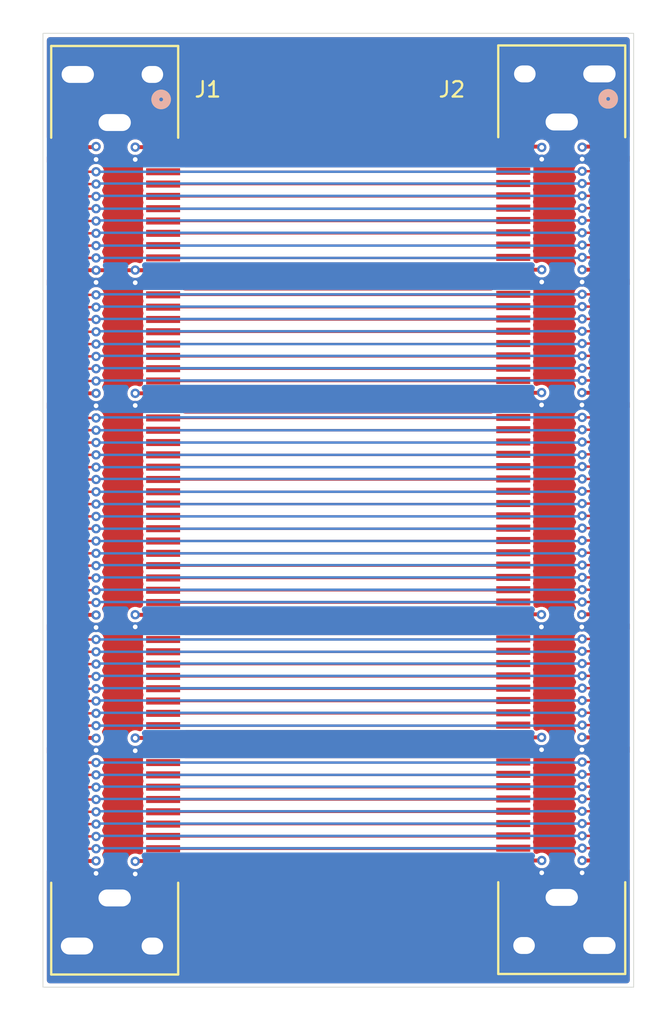
<source format=kicad_pcb>
(kicad_pcb (version 20240108) (generator "pcbnew") (generator_version "8.0")
  (layers (0 "F.Cu" signal) (1 "In1.Cu" power) (2 "In2.Cu" power) (31 "B.Cu" signal) (34 "B.Paste" user) (35 "F.Paste" user) (36 "B.SilkS" user "B.Silkscreen") (37 "F.SilkS" user "F.Silkscreen") (38 "B.Mask" user) (39 "F.Mask" user) (44 "Edge.Cuts" user))
  (net 0 "")
  (net 1 "GND")
  (net 2 "/J_03")
  (net 3 "/D_02")
  (net 4 "/B_06")
  (net 5 "/K_01")
  (net 6 "/I_04")
  (net 7 "/E_08")
  (net 8 "/E_04")
  (net 9 "/F_05")
  (net 10 "/D_03")
  (net 11 "/D_07")
  (net 12 "/C_03")
  (net 13 "/A_01")
  (net 14 "/I_08")
  (net 15 "+3V3")
  (net 16 "/D_01")
  (net 17 "/F_02")
  (net 18 "/J_02")
  (net 19 "/G_05")
  (net 20 "/F_07")
  (net 21 "/A_03")
  (net 22 "/B_05")
  (net 23 "/C_02")
  (net 24 "/J_07")
  (net 25 "/E_03")
  (net 26 "/F_08")
  (net 27 "/G_03")
  (net 28 "/D_05")
  (net 29 "/J_05")
  (net 30 "/K_02")
  (net 31 "/B_02")
  (net 32 "/A_05")
  (net 33 "/L_08")
  (net 34 "/F_06")
  (net 35 "/I_03")
  (net 36 "/C_04")
  (net 37 "/E_01")
  (net 38 "/L_01")
  (net 39 "/A_07")
  (net 40 "/G_07")
  (net 41 "/L_03")
  (net 42 "/H_03")
  (net 43 "/C_05")
  (net 44 "/H_06")
  (net 45 "/B_04")
  (net 46 "/K_04")
  (net 47 "/L_05")
  (net 48 "/A_02")
  (net 49 "/K_08")
  (net 50 "/K_07")
  (net 51 "/G_01")
  (net 52 "/L_07")
  (net 53 "/L_04")
  (net 54 "/J_01")
  (net 55 "/I_07")
  (net 56 "/G_08")
  (net 57 "/I_05")
  (net 58 "/D_08")
  (net 59 "/F_01")
  (net 60 "/K_06")
  (net 61 "/G_06")
  (net 62 "/C_06")
  (net 63 "/L_06")
  (net 64 "/E_07")
  (net 65 "/C_01")
  (net 66 "/J_04")
  (net 67 "/D_06")
  (net 68 "/A_08")
  (net 69 "/I_06")
  (net 70 "/C_07")
  (net 71 "/H_01")
  (net 72 "/I_02")
  (net 73 "/L_02")
  (net 74 "/H_04")
  (net 75 "/F_04")
  (net 76 "/E_05")
  (net 77 "/J_08")
  (net 78 "/B_08")
  (net 79 "/H_05")
  (net 80 "/G_04")
  (net 81 "/A_04")
  (net 82 "/E_02")
  (net 83 "/E_06")
  (net 84 "/G_02")
  (net 85 "/F_03")
  (net 86 "/C_08")
  (net 87 "/K_03")
  (net 88 "/K_05")
  (net 89 "/J_06")
  (net 90 "/H_07")
  (net 91 "/B_07")
  (net 92 "/B_01")
  (net 93 "/H_02")
  (net 94 "/B_03")
  (net 95 "/A_06")
  (net 96 "/H_08")
  (net 97 "/D_04")
  (net 98 "/I_01")
  (footprint "custom:CUSTOM_FX_120S-0.8SH20" (layer "F.Cu") (at 80.20755 85.453002 -90)
    (property "Reference" "J2")
    (property "Value" "FX18-120S-0.8SV20")
  )
  (footprint "custom:CUSTOM_FX_120P-0.8SH20" (layer "F.Cu") (at 51.144 85.488 -90)
    (property "Reference" "J1")
    (property "Value" "FX18-120P-0.8SV20")
  )
  (gr_rect (start 46.482 54.488) (end 84.882 116.488) (stroke (width 0.05)) (fill none) (layer "Edge.Cuts"))
  (segment (start 54.293999 70.688002) (end 52.488996 70.688002) (width 0.254) (layer "F.Cu") (net 1))
  (segment (start 52.509001 101.087997) (end 52.478998 101.118) (width 0.254) (layer "F.Cu") (net 1))
  (segment (start 47.994001 101.087999) (end 49.932999 101.087999) (width 0.254) (layer "F.Cu") (net 1))
  (segment (start 47.994001 109.087999) (end 49.932999 109.087999) (width 0.254) (layer "F.Cu") (net 1))
  (segment (start 54.293999 109.087996) (end 52.519002 109.087996) (width 0.254) (layer "F.Cu") (net 1))
  (segment (start 77.057551 93.053002) (end 78.867546 93.053002) (width 0.254) (layer "F.Cu") (net 1))
  (segment (start 54.293999 70.688002) (end 49.943002 70.688002) (width 0.254) (layer "F.Cu") (net 1))
  (segment (start 47.994001 70.688002) (end 49.922998 70.688002) (width 0.254) (layer "F.Cu") (net 1))
  (segment (start 78.887551 78.653003) (end 78.897549 78.643005) (width 0.254) (layer "F.Cu") (net 1))
  (segment (start 83.357549 101.052999) (end 81.520451 101.052999) (width 0.254) (layer "F.Cu") (net 1))
  (segment (start 52.488999 78.688001) (end 52.478998 78.678) (width 0.254) (layer "F.Cu") (net 1))
  (segment (start 54.293999 78.688001) (end 52.488999 78.688001) (width 0.254) (layer "F.Cu") (net 1))
  (segment (start 77.057551 70.653004) (end 78.907549 70.653004) (width 0.254) (layer "F.Cu") (net 1))
  (segment (start 49.923001 78.688001) (end 49.933 78.698) (width 0.254) (layer "F.Cu") (net 1))
  (segment (start 49.932999 101.087999) (end 49.933 101.088) (width 0.254) (layer "F.Cu") (net 1))
  (segment (start 81.530457 93.052999) (end 81.510451 93.073005) (width 0.254) (layer "F.Cu") (net 1))
  (segment (start 78.867546 93.053002) (end 78.887549 93.073005) (width 0.254) (layer "F.Cu") (net 1))
  (segment (start 83.357549 70.653004) (end 81.530451 70.653004) (width 0.254) (layer "F.Cu") (net 1))
  (segment (start 52.488996 70.688002) (end 52.478998 70.698) (width 0.254) (layer "F.Cu") (net 1))
  (segment (start 52.498995 93.087997) (end 52.478998 93.068) (width 0.254) (layer "F.Cu") (net 1))
  (segment (start 83.357549 93.052999) (end 81.530457 93.052999) (width 0.254) (layer "F.Cu") (net 1))
  (segment (start 54.293999 101.087997) (end 52.509001 101.087997) (width 0.254) (layer "F.Cu") (net 1))
  (segment (start 47.994001 62.688002) (end 49.933 62.688002) (width 0.254) (layer "F.Cu") (net 1))
  (segment (start 47.994001 93.088) (end 49.913 93.088) (width 0.254) (layer "F.Cu") (net 1))
  (segment (start 52.519002 109.087996) (end 52.478998 109.128) (width 0.254) (layer "F.Cu") (net 1))
  (segment (start 83.357549 78.653003) (end 81.530449 78.653003) (width 0.254) (layer "F.Cu") (net 1))
  (segment (start 54.293999 93.087997) (end 52.498995 93.087997) (width 0.254) (layer "F.Cu") (net 1))
  (segment (start 81.544001 62.653004) (end 81.534 62.663005) (width 0.254) (layer "F.Cu") (net 1))
  (segment (start 78.887547 62.653004) (end 78.907549 62.673006) (width 0.254) (layer "F.Cu") (net 1))
  (segment (start 49.932999 109.087999) (end 49.933 109.088) (width 0.254) (layer "F.Cu") (net 1))
  (segment (start 49.922998 70.688002) (end 49.933 70.678) (width 0.254) (layer "F.Cu") (net 1))
  (segment (start 49.913 93.088) (end 49.933 93.108) (width 0.254) (layer "F.Cu") (net 1))
  (segment (start 83.357549 62.653004) (end 81.544001 62.653004) (width 0.254) (layer "F.Cu") (net 1))
  (segment (start 49.943002 70.688002) (end 49.933 70.678) (width 0.254) (layer "F.Cu") (net 1))
  (segment (start 54.293999 62.688002) (end 52.478998 62.688002) (width 0.254) (layer "F.Cu") (net 1))
  (segment (start 77.057551 62.653004) (end 78.887547 62.653004) (width 0.254) (layer "F.Cu") (net 1))
  (segment (start 77.057551 78.653003) (end 78.887551 78.653003) (width 0.254) (layer "F.Cu") (net 1))
  (segment (start 83.357549 109.052998) (end 81.530451 109.052998) (width 0.254) (layer "F.Cu") (net 1))
  (segment (start 81.530449 78.653003) (end 81.520451 78.643005) (width 0.254) (layer "F.Cu") (net 1))
  (segment (start 47.994001 78.688001) (end 49.923001 78.688001) (width 0.254) (layer "F.Cu") (net 1))
  (segment (start 77.057551 101.053001) (end 78.897549 101.053001) (width 0.254) (layer "F.Cu") (net 1))
  (segment (start 77.057551 109.053001) (end 78.907549 109.053001) (width 0.254) (layer "F.Cu") (net 1))
  (via (at 49.933 62.688002) (size 0.6096) (drill 0.3048) (layers "F.Cu" "B.Cu") (net 1))
  (via (at 49.933 70.678) (size 0.6096) (drill 0.3048) (layers "F.Cu" "B.Cu") (net 1))
  (via (at 78.887549 93.073005) (size 0.6096) (drill 0.3048) (layers "F.Cu" "B.Cu") (net 1))
  (via (at 52.478998 62.688002) (size 0.6096) (drill 0.3048) (layers "F.Cu" "B.Cu") (net 1))
  (via (at 78.897549 78.643005) (size 0.6096) (drill 0.3048) (layers "F.Cu" "B.Cu") (net 1))
  (via (at 49.933 101.088) (size 0.6096) (drill 0.3048) (layers "F.Cu" "B.Cu") (net 1))
  (via (at 52.478998 109.128) (size 0.6096) (drill 0.3048) (layers "F.Cu" "B.Cu") (net 1))
  (via (at 52.478998 78.678) (size 0.6096) (drill 0.3048) (layers "F.Cu" "B.Cu") (net 1))
  (via (at 81.520451 78.643005) (size 0.6096) (drill 0.3048) (layers "F.Cu" "B.Cu") (net 1))
  (via (at 81.520451 101.052999) (size 0.6096) (drill 0.3048) (layers "F.Cu" "B.Cu") (net 1))
  (via (at 81.534 62.663005) (size 0.6096) (drill 0.3048) (layers "F.Cu" "B.Cu") (net 1))
  (via (at 81.530451 109.052998) (size 0.6096) (drill 0.3048) (layers "F.Cu" "B.Cu") (net 1))
  (via (at 52.478998 70.698) (size 0.6096) (drill 0.3048) (layers "F.Cu" "B.Cu") (net 1))
  (via (at 52.478998 101.118) (size 0.6096) (drill 0.3048) (layers "F.Cu" "B.Cu") (net 1))
  (via (at 52.478998 93.068) (size 0.6096) (drill 0.3048) (layers "F.Cu" "B.Cu") (net 1))
  (via (at 78.907549 109.053001) (size 0.6096) (drill 0.3048) (layers "F.Cu" "B.Cu") (net 1))
  (via (at 49.933 93.108) (size 0.6096) (drill 0.3048) (layers "F.Cu" "B.Cu") (net 1))
  (via (at 49.933 109.088) (size 0.6096) (drill 0.3048) (layers "F.Cu" "B.Cu") (net 1))
  (via (at 81.530451 70.653004) (size 0.6096) (drill 0.3048) (layers "F.Cu" "B.Cu") (net 1))
  (via (at 78.907549 70.653004) (size 0.6096) (drill 0.3048) (layers "F.Cu" "B.Cu") (net 1))
  (via (at 81.510451 93.073005) (size 0.6096) (drill 0.3048) (layers "F.Cu" "B.Cu") (net 1))
  (via (at 78.897549 101.053001) (size 0.6096) (drill 0.3048) (layers "F.Cu" "B.Cu") (net 1))
  (via (at 78.907549 62.673006) (size 0.6096) (drill 0.3048) (layers "F.Cu" "B.Cu") (net 1))
  (via (at 49.933 78.698) (size 0.6096) (drill 0.3048) (layers "F.Cu" "B.Cu") (net 1))
  (segment (start 83.357549 105.052998) (end 81.534 105.052998) (width 0.156464) (layer "F.Cu") (net 2))
  (segment (start 47.994001 105.087999) (end 49.933 105.087999) (width 0.156464) (layer "F.Cu") (net 2))
  (via (at 81.534 105.052998) (size 0.6096) (drill 0.3048) (layers "F.Cu" "B.Cu") (net 2))
  (via (at 49.933 105.087999) (size 0.6096) (drill 0.3048) (layers "F.Cu" "B.Cu") (net 2))
  (segment (start 81.534 105.052998) (end 49.968001 105.052998) (width 0.156464) (layer "B.Cu") (net 2))
  (segment (start 49.968001 105.052998) (end 49.933 105.087999) (width 0.156464) (layer "B.Cu") (net 2))
  (segment (start 54.293999 87.487999) (end 77.022555 87.487999) (width 0.156464) (layer "F.Cu") (net 3))
  (segment (start 77.022555 87.487999) (end 77.057551 87.453003) (width 0.156464) (layer "F.Cu") (net 3))
  (segment (start 54.293999 73.888) (end 77.022556 73.888) (width 0.156464) (layer "F.Cu") (net 4))
  (segment (start 77.022556 73.888) (end 77.057551 73.853005) (width 0.156464) (layer "F.Cu") (net 4))
  (segment (start 47.994001 99.488) (end 49.933 99.488) (width 0.156464) (layer "F.Cu") (net 5))
  (segment (start 83.357549 99.452999) (end 81.534 99.452999) (width 0.156464) (layer "F.Cu") (net 5))
  (via (at 81.534 99.452999) (size 0.6096) (drill 0.3048) (layers "F.Cu" "B.Cu") (net 5))
  (via (at 49.933 99.488) (size 0.6096) (drill 0.3048) (layers "F.Cu" "B.Cu") (net 5))
  (segment (start 81.498999 99.488) (end 81.534 99.452999) (width 0.156464) (layer "B.Cu") (net 5))
  (segment (start 49.933 99.488) (end 81.498999 99.488) (width 0.156464) (layer "B.Cu") (net 5))
  (segment (start 83.357549 90.652999) (end 81.534 90.652999) (width 0.156464) (layer "F.Cu") (net 6))
  (segment (start 47.994001 90.688) (end 49.933 90.688) (width 0.156464) (layer "F.Cu") (net 6))
  (via (at 81.534 90.652999) (size 0.6096) (drill 0.3048) (layers "F.Cu" "B.Cu") (net 6))
  (via (at 49.933 90.688) (size 0.6096) (drill 0.3048) (layers "F.Cu" "B.Cu") (net 6))
  (segment (start 81.534 90.652999) (end 49.968001 90.652999) (width 0.156464) (layer "B.Cu") (net 6))
  (segment (start 49.968001 90.652999) (end 49.933 90.688) (width 0.156464) (layer "B.Cu") (net 6))
  (segment (start 47.994001 69.088002) (end 49.933 69.088002) (width 0.156464) (layer "F.Cu") (net 7))
  (segment (start 83.357549 69.053002) (end 81.534 69.053002) (width 0.156464) (layer "F.Cu") (net 7))
  (via (at 81.534 69.053002) (size 0.6096) (drill 0.3048) (layers "F.Cu" "B.Cu") (net 7))
  (via (at 49.933 69.088002) (size 0.6096) (drill 0.3048) (layers "F.Cu" "B.Cu") (net 7))
  (segment (start 49.933 69.088002) (end 81.499 69.088002) (width 0.156464) (layer "B.Cu") (net 7))
  (segment (start 81.499 69.088002) (end 81.534 69.053002) (width 0.156464) (layer "B.Cu") (net 7))
  (segment (start 83.357549 68.253003) (end 81.534 68.253003) (width 0.156464) (layer "F.Cu") (net 8))
  (segment (start 47.994001 68.288004) (end 49.933 68.288004) (width 0.156464) (layer "F.Cu") (net 8))
  (via (at 81.534 68.253003) (size 0.6096) (drill 0.3048) (layers "F.Cu" "B.Cu") (net 8))
  (via (at 49.933 68.288004) (size 0.6096) (drill 0.3048) (layers "F.Cu" "B.Cu") (net 8))
  (segment (start 49.933 68.288004) (end 81.498999 68.288004) (width 0.156464) (layer "B.Cu") (net 8))
  (segment (start 81.498999 68.288004) (end 81.534 68.253003) (width 0.156464) (layer "B.Cu") (net 8))
  (segment (start 83.357549 72.253003) (end 81.534 72.253003) (width 0.156464) (layer "F.Cu") (net 9))
  (segment (start 47.994001 72.288004) (end 49.933 72.288004) (width 0.156464) (layer "F.Cu") (net 9))
  (via (at 81.534 72.253003) (size 0.6096) (drill 0.3048) (layers "F.Cu" "B.Cu") (net 9))
  (via (at 49.933 72.288004) (size 0.6096) (drill 0.3048) (layers "F.Cu" "B.Cu") (net 9))
  (segment (start 81.534 72.253003) (end 49.968001 72.253003) (width 0.156464) (layer "B.Cu") (net 9))
  (segment (start 49.968001 72.253003) (end 49.933 72.288004) (width 0.156464) (layer "B.Cu") (net 9))
  (segment (start 77.022555 89.087998) (end 77.057551 89.053002) (width 0.156464) (layer "F.Cu") (net 10))
  (segment (start 54.293999 89.087998) (end 77.022555 89.087998) (width 0.156464) (layer "F.Cu") (net 10))
  (segment (start 54.293999 89.887999) (end 77.022555 89.887999) (width 0.156464) (layer "F.Cu") (net 11))
  (segment (start 77.022555 89.887999) (end 77.057551 89.853003) (width 0.156464) (layer "F.Cu") (net 11))
  (segment (start 77.022553 82.688001) (end 77.057551 82.653003) (width 0.156464) (layer "F.Cu") (net 12))
  (segment (start 54.293999 82.688001) (end 77.022553 82.688001) (width 0.156464) (layer "F.Cu") (net 12))
  (segment (start 54.293999 63.488001) (end 77.022555 63.488001) (width 0.156464) (layer "F.Cu") (net 13))
  (segment (start 77.022555 63.488001) (end 77.057551 63.453005) (width 0.156464) (layer "F.Cu") (net 13))
  (segment (start 81.604005 91.453) (end 81.534 91.523005) (width 0.156464) (layer "F.Cu") (net 14))
  (segment (start 83.357549 91.453) (end 81.604005 91.453) (width 0.156464) (layer "F.Cu") (net 14))
  (segment (start 47.994001 91.488001) (end 49.933 91.488001) (width 0.156464) (layer "F.Cu") (net 14))
  (via (at 49.933 91.488001) (size 0.6096) (drill 0.3048) (layers "F.Cu" "B.Cu") (net 14))
  (via (at 81.534 91.453) (size 0.6096) (drill 0.3048) (layers "F.Cu" "B.Cu") (net 14))
  (segment (start 49.968004 91.523005) (end 49.933 91.488001) (width 0.156464) (layer "B.Cu") (net 14))
  (segment (start 81.534 91.453) (end 49.968004 91.453) (width 0.156464) (layer "B.Cu") (net 14))
  (segment (start 81.530447 100.253) (end 81.520451 100.243004) (width 0.254) (layer "F.Cu") (net 15))
  (segment (start 52.499 108.287998) (end 52.478998 108.308) (width 0.254) (layer "F.Cu") (net 15))
  (segment (start 81.530449 77.853002) (end 81.520451 77.843004) (width 0.254) (layer "F.Cu") (net 15))
  (segment (start 54.293999 100.287998) (end 52.489 100.287998) (width 0.254) (layer "F.Cu") (net 15))
  (segment (start 54.293999 69.888001) (end 52.488999 69.888001) (width 0.254) (layer "F.Cu") (net 15))
  (segment (start 47.994001 100.287998) (end 49.912998 100.287998) (width 0.254) (layer "F.Cu") (net 15))
  (segment (start 49.932997 69.888003) (end 49.933 69.888) (width 0.254) (layer "F.Cu") (net 15))
  (segment (start 52.489 100.287998) (end 52.478998 100.298) (width 0.254) (layer "F.Cu") (net 15))
  (segment (start 78.887549 77.853005) (end 78.897549 77.843005) (width 0.254) (layer "F.Cu") (net 15))
  (segment (start 77.057551 69.853005) (end 78.907548 69.853005) (width 0.254) (layer "F.Cu") (net 15))
  (segment (start 49.933001 69.888001) (end 49.933 69.888) (width 0.254) (layer "F.Cu") (net 15))
  (segment (start 49.932997 77.888003) (end 49.933 77.888) (width 0.254) (layer "F.Cu") (net 15))
  (segment (start 78.857549 61.853006) (end 78.907549 61.903006) (width 0.254) (layer "F.Cu") (net 15))
  (segment (start 49.923002 108.287998) (end 49.933 108.278) (width 0.254) (layer "F.Cu") (net 15))
  (segment (start 81.574002 61.853003) (end 81.534 61.893005) (width 0.254) (layer "F.Cu") (net 15))
  (segment (start 77.057551 108.253) (end 78.907549 108.253) (width 0.254) (layer "F.Cu") (net 15))
  (segment (start 47.994001 61.888004) (end 49.893996 61.888004) (width 0.254) (layer "F.Cu") (net 15))
  (segment (start 77.057551 92.253001) (end 78.867545 92.253001) (width 0.254) (layer "F.Cu") (net 15))
  (segment (start 83.357549 100.253) (end 81.530447 100.253) (width 0.254) (layer "F.Cu") (net 15))
  (segment (start 52.488997 92.287999) (end 52.478998 92.278) (width 0.254) (layer "F.Cu") (net 15))
  (segment (start 83.357549 108.253) (end 81.530451 108.253) (width 0.254) (layer "F.Cu") (net 15))
  (segment (start 47.994001 108.287998) (end 49.923002 108.287998) (width 0.254) (layer "F.Cu") (net 15))
  (segment (start 81.530454 92.253001) (end 81.510451 92.273004) (width 0.254) (layer "F.Cu") (net 15))
  (segment (start 54.293999 108.287998) (end 52.499 108.287998) (width 0.254) (layer "F.Cu") (net 15))
  (segment (start 77.057551 61.853006) (end 78.857549 61.853006) (width 0.254) (layer "F.Cu") (net 15))
  (segment (start 83.357549 69.853003) (end 81.530451 69.853003) (width 0.254) (layer "F.Cu") (net 15))
  (segment (start 77.057551 100.253) (end 78.897549 100.253) (width 0.254) (layer "F.Cu") (net 15))
  (segment (start 47.994001 92.287999) (end 49.922999 92.287999) (width 0.254) (layer "F.Cu") (net 15))
  (segment (start 52.488999 69.888001) (end 52.478998 69.878) (width 0.254) (layer "F.Cu") (net 15))
  (segment (start 78.907548 69.853005) (end 78.907549 69.853004) (width 0.254) (layer "F.Cu") (net 15))
  (segment (start 49.912998 100.287998) (end 49.933 100.308) (width 0.254) (layer "F.Cu") (net 15))
  (segment (start 54.293999 92.287999) (end 52.488997 92.287999) (width 0.254) (layer "F.Cu") (net 15))
  (segment (start 78.867545 92.253001) (end 78.887549 92.273005) (width 0.254) (layer "F.Cu") (net 15))
  (segment (start 47.994001 69.888003) (end 49.932997 69.888003) (width 0.254) (layer "F.Cu") (net 15))
  (segment (start 49.893996 61.888004) (end 49.933 61.849) (width 0.254) (layer "F.Cu") (net 15))
  (segment (start 83.357549 61.853003) (end 81.574002 61.853003) (width 0.254) (layer "F.Cu") (net 15))
  (segment (start 54.293999 69.888001) (end 49.933001 69.888001) (width 0.254) (layer "F.Cu") (net 15))
  (segment (start 83.357549 92.253001) (end 81.530454 92.253001) (width 0.254) (layer "F.Cu") (net 15))
  (segment (start 54.293999 77.888) (end 52.478998 77.888) (width 0.254) (layer "F.Cu") (net 15))
  (segment (start 83.357549 77.853002) (end 81.530449 77.853002) (width 0.254) (layer "F.Cu") (net 15))
  (segment (start 49.922999 92.287999) (end 49.933 92.298) (width 0.254) (layer "F.Cu") (net 15))
  (segment (start 47.994001 77.888003) (end 49.932997 77.888003) (width 0.254) (layer "F.Cu") (net 15))
  (segment (start 54.293999 61.888001) (end 52.478998 61.888001) (width 0.254) (layer "F.Cu") (net 15))
  (segment (start 77.057551 77.853005) (end 78.887549 77.853005) (width 0.254) (layer "F.Cu") (net 15))
  (via (at 78.897549 77.843005) (size 0.6096) (drill 0.3048) (layers "F.Cu" "B.Cu") (net 15))
  (via (at 49.933 92.298) (size 0.6096) (drill 0.3048) (layers "F.Cu" "B.Cu") (net 15))
  (via (at 78.907549 61.903006) (size 0.6096) (drill 0.3048) (layers "F.Cu" "B.Cu") (net 15))
  (via (at 49.933 77.888) (size 0.6096) (drill 0.3048) (layers "F.Cu" "B.Cu") (net 15))
  (via (at 49.933 108.278) (size 0.6096) (drill 0.3048) (layers "F.Cu" "B.Cu") (net 15))
  (via (at 52.478998 69.878) (size 0.6096) (drill 0.3048) (layers "F.Cu" "B.Cu") (net 15))
  (via (at 81.510451 92.273004) (size 0.6096) (drill 0.3048) (layers "F.Cu" "B.Cu") (net 15))
  (via (at 52.478998 100.298) (size 0.6096) (drill 0.3048) (layers "F.Cu" "B.Cu") (net 15))
  (via (at 81.530451 69.853003) (size 0.6096) (drill 0.3048) (layers "F.Cu" "B.Cu") (net 15))
  (via (at 78.907549 69.853004) (size 0.6096) (drill 0.3048) (layers "F.Cu" "B.Cu") (net 15))
  (via (at 49.933 61.849) (size 0.6096) (drill 0.3048) (layers "F.Cu" "B.Cu") (net 15))
  (via (at 81.530451 108.253) (size 0.6096) (drill 0.3048) (layers "F.Cu" "B.Cu") (net 15))
  (via (at 78.907549 108.253) (size 0.6096) (drill 0.3048) (layers "F.Cu" "B.Cu") (net 15))
  (via (at 78.897549 100.253) (size 0.6096) (drill 0.3048) (layers "F.Cu" "B.Cu") (net 15))
  (via (at 52.478998 77.888) (size 0.6096) (drill 0.3048) (layers "F.Cu" "B.Cu") (net 15))
  (via (at 81.534 61.893005) (size 0.6096) (drill 0.3048) (layers "F.Cu" "B.Cu") (net 15))
  (via (at 52.478998 61.888001) (size 0.6096) (drill 0.3048) (layers "F.Cu" "B.Cu") (net 15))
  (via (at 52.478998 108.308) (size 0.6096) (drill 0.3048) (layers "F.Cu" "B.Cu") (net 15))
  (via (at 81.520451 100.243004) (size 0.6096) (drill 0.3048) (layers "F.Cu" "B.Cu") (net 15))
  (via (at 49.933 100.308) (size 0.6096) (drill 0.3048) (layers "F.Cu" "B.Cu") (net 15))
  (via (at 81.520451 77.843004) (size 0.6096) (drill 0.3048) (layers "F.Cu" "B.Cu") (net 15))
  (via (at 52.478998 92.278) (size 0.6096) (drill 0.3048) (layers "F.Cu" "B.Cu") (net 15))
  (via (at 78.887549 92.273005) (size 0.6096) (drill 0.3048) (layers "F.Cu" "B.Cu") (net 15))
  (via (at 49.933 69.888) (size 0.6096) (drill 0.3048) (layers "F.Cu" "B.Cu") (net 15))
  (segment (start 77.022556 85.887999) (end 77.057551 85.853004) (width 0.156464) (layer "F.Cu") (net 16))
  (segment (start 54.293999 85.887999) (end 77.022556 85.887999) (width 0.156464) (layer "F.Cu") (net 16))
  (segment (start 47.994001 73.088002) (end 49.933 73.088002) (width 0.156464) (layer "F.Cu") (net 17))
  (segment (start 83.357549 73.053001) (end 81.534 73.053001) (width 0.156464) (layer "F.Cu") (net 17))
  (via (at 49.933 73.088002) (size 0.6096) (drill 0.3048) (layers "F.Cu" "B.Cu") (net 17))
  (via (at 81.534 73.053001) (size 0.6096) (drill 0.3048) (layers "F.Cu" "B.Cu") (net 17))
  (segment (start 81.534 73.053001) (end 49.968001 73.053001) (width 0.156464) (layer "B.Cu") (net 17))
  (segment (start 49.968001 73.053001) (end 49.933 73.088002) (width 0.156464) (layer "B.Cu") (net 17))
  (segment (start 83.357549 103.452999) (end 81.534 103.452999) (width 0.156464) (layer "F.Cu") (net 18))
  (segment (start 47.994001 103.488) (end 49.933 103.488) (width 0.156464) (layer "F.Cu") (net 18))
  (via (at 81.534 103.452999) (size 0.6096) (drill 0.3048) (layers "F.Cu" "B.Cu") (net 18))
  (via (at 49.933 103.488) (size 0.6096) (drill 0.3048) (layers "F.Cu" "B.Cu") (net 18))
  (segment (start 49.968001 103.452999) (end 49.933 103.488) (width 0.156464) (layer "B.Cu") (net 18))
  (segment (start 81.534 103.452999) (end 49.968001 103.452999) (width 0.156464) (layer "B.Cu") (net 18))
  (segment (start 54.293999 94.687997) (end 77.022555 94.687997) (width 0.156464) (layer "F.Cu") (net 19))
  (segment (start 77.022555 94.687997) (end 77.057551 94.653001) (width 0.156464) (layer "F.Cu") (net 19))
  (segment (start 47.994001 75.488002) (end 49.933 75.488002) (width 0.156464) (layer "F.Cu") (net 20))
  (segment (start 83.357549 75.453002) (end 81.534 75.453002) (width 0.156464) (layer "F.Cu") (net 20))
  (via (at 81.534 75.453002) (size 0.6096) (drill 0.3048) (layers "F.Cu" "B.Cu") (net 20))
  (via (at 49.933 75.488002) (size 0.6096) (drill 0.3048) (layers "F.Cu" "B.Cu") (net 20))
  (segment (start 49.968 75.453002) (end 49.933 75.488002) (width 0.156464) (layer "B.Cu") (net 20))
  (segment (start 81.534 75.453002) (end 49.968 75.453002) (width 0.156464) (layer "B.Cu") (net 20))
  (segment (start 77.022553 66.688002) (end 77.057551 66.653004) (width 0.156464) (layer "F.Cu") (net 21))
  (segment (start 54.293999 66.688002) (end 77.022553 66.688002) (width 0.156464) (layer "F.Cu") (net 21))
  (segment (start 54.293999 72.288001) (end 77.022556 72.288001) (width 0.156464) (layer "F.Cu") (net 22))
  (segment (start 77.022556 72.288001) (end 77.057551 72.253006) (width 0.156464) (layer "F.Cu") (net 22))
  (segment (start 77.022555 81.087999) (end 77.057551 81.053003) (width 0.156464) (layer "F.Cu") (net 23))
  (segment (start 54.293999 81.087999) (end 77.022555 81.087999) (width 0.156464) (layer "F.Cu") (net 23))
  (segment (start 47.994001 105.888) (end 49.933 105.888) (width 0.156464) (layer "F.Cu") (net 24))
  (segment (start 83.357549 105.852999) (end 81.534 105.852999) (width 0.156464) (layer "F.Cu") (net 24))
  (via (at 49.933 105.888) (size 0.6096) (drill 0.3048) (layers "F.Cu" "B.Cu") (net 24))
  (via (at 81.534 105.852999) (size 0.6096) (drill 0.3048) (layers "F.Cu" "B.Cu") (net 24))
  (segment (start 81.534 105.852999) (end 49.968001 105.852999) (width 0.156464) (layer "B.Cu") (net 24))
  (segment (start 49.968001 105.852999) (end 49.933 105.888) (width 0.156464) (layer "B.Cu") (net 24))
  (segment (start 83.357549 66.653004) (end 81.534 66.653004) (width 0.156464) (layer "F.Cu") (net 25))
  (segment (start 47.994001 66.688002) (end 49.933 66.688002) (width 0.156464) (layer "F.Cu") (net 25))
  (via (at 81.534 66.653004) (size 0.6096) (drill 0.3048) (layers "F.Cu" "B.Cu") (net 25))
  (via (at 49.933 66.688002) (size 0.6096) (drill 0.3048) (layers "F.Cu" "B.Cu") (net 25))
  (segment (start 49.967998 66.653004) (end 49.933 66.688002) (width 0.156464) (layer "B.Cu") (net 25))
  (segment (start 81.534 66.653004) (end 49.967998 66.653004) (width 0.156464) (layer "B.Cu") (net 25))
  (segment (start 47.994001 77.088002) (end 49.933 77.088002) (width 0.156464) (layer "F.Cu") (net 26))
  (segment (start 83.357549 77.053001) (end 81.534 77.053001) (width 0.156464) (layer "F.Cu") (net 26))
  (via (at 81.534 77.053001) (size 0.6096) (drill 0.3048) (layers "F.Cu" "B.Cu") (net 26))
  (via (at 49.933 77.088002) (size 0.6096) (drill 0.3048) (layers "F.Cu" "B.Cu") (net 26))
  (segment (start 81.534 77.053001) (end 49.968001 77.053001) (width 0.156464) (layer "B.Cu") (net 26))
  (segment (start 49.968001 77.053001) (end 49.933 77.088002) (width 0.156464) (layer "B.Cu") (net 26))
  (segment (start 54.293999 97.087997) (end 77.022556 97.087997) (width 0.156464) (layer "F.Cu") (net 27))
  (segment (start 77.022556 97.087997) (end 77.057551 97.053002) (width 0.156464) (layer "F.Cu") (net 27))
  (segment (start 77.022553 86.688) (end 77.057551 86.653002) (width 0.156464) (layer "F.Cu") (net 28))
  (segment (start 54.293999 86.688) (end 77.022553 86.688) (width 0.156464) (layer "F.Cu") (net 28))
  (segment (start 47.994001 102.687999) (end 49.933 102.687999) (width 0.156464) (layer "F.Cu") (net 29))
  (segment (start 83.357549 102.652998) (end 81.534 102.652998) (width 0.156464) (layer "F.Cu") (net 29))
  (via (at 81.534 102.652998) (size 0.6096) (drill 0.3048) (layers "F.Cu" "B.Cu") (net 29))
  (via (at 49.933 102.687999) (size 0.6096) (drill 0.3048) (layers "F.Cu" "B.Cu") (net 29))
  (segment (start 81.498999 102.687999) (end 81.534 102.652998) (width 0.156464) (layer "B.Cu") (net 29))
  (segment (start 49.933 102.687999) (end 81.498999 102.687999) (width 0.156464) (layer "B.Cu") (net 29))
  (segment (start 47.994001 97.888001) (end 49.933 97.888001) (width 0.156464) (layer "F.Cu") (net 30))
  (segment (start 83.357549 97.853) (end 81.534 97.853) (width 0.156464) (layer "F.Cu") (net 30))
  (via (at 49.933 97.888001) (size 0.6096) (drill 0.3048) (layers "F.Cu" "B.Cu") (net 30))
  (via (at 81.534 97.853) (size 0.6096) (drill 0.3048) (layers "F.Cu" "B.Cu") (net 30))
  (segment (start 49.968001 97.853) (end 49.933 97.888001) (width 0.156464) (layer "B.Cu") (net 30))
  (segment (start 81.534 97.853) (end 49.968001 97.853) (width 0.156464) (layer "B.Cu") (net 30))
  (segment (start 54.293999 73.087999) (end 77.022556 73.087999) (width 0.156464) (layer "F.Cu") (net 31))
  (segment (start 77.022556 73.087999) (end 77.057551 73.053004) (width 0.156464) (layer "F.Cu") (net 31))
  (segment (start 54.293999 64.288002) (end 77.022555 64.288002) (width 0.156464) (layer "F.Cu") (net 32))
  (segment (start 77.022555 64.288002) (end 77.057551 64.253006) (width 0.156464) (layer "F.Cu") (net 32))
  (segment (start 83.357549 79.453001) (end 81.534 79.453001) (width 0.156464) (layer "F.Cu") (net 33))
  (segment (start 47.994001 79.488002) (end 49.933 79.488002) (width 0.156464) (layer "F.Cu") (net 33))
  (via (at 49.933 79.488002) (size 0.6096) (drill 0.3048) (layers "F.Cu" "B.Cu") (net 33))
  (via (at 81.534 79.453001) (size 0.6096) (drill 0.3048) (layers "F.Cu" "B.Cu") (net 33))
  (segment (start 81.534 79.453001) (end 49.968001 79.453001) (width 0.156464) (layer "B.Cu") (net 33))
  (segment (start 49.968001 79.453001) (end 49.933 79.488002) (width 0.156464) (layer "B.Cu") (net 33))
  (segment (start 47.994001 73.888003) (end 49.933 73.888003) (width 0.156464) (layer "F.Cu") (net 34))
  (segment (start 83.357549 73.853002) (end 81.534 73.853002) (width 0.156464) (layer "F.Cu") (net 34))
  (via (at 49.933 73.888003) (size 0.6096) (drill 0.3048) (layers "F.Cu" "B.Cu") (net 34))
  (via (at 81.534 73.853002) (size 0.6096) (drill 0.3048) (layers "F.Cu" "B.Cu") (net 34))
  (segment (start 81.534 73.853002) (end 49.968001 73.853002) (width 0.156464) (layer "B.Cu") (net 34))
  (segment (start 49.968001 73.853002) (end 49.933 73.888003) (width 0.156464) (layer "B.Cu") (net 34))
  (segment (start 47.994001 89.088) (end 49.933 89.088) (width 0.156464) (layer "F.Cu") (net 35))
  (segment (start 83.357549 89.053) (end 81.534 89.053) (width 0.156464) (layer "F.Cu") (net 35))
  (via (at 49.933 89.088) (size 0.6096) (drill 0.3048) (layers "F.Cu" "B.Cu") (net 35))
  (via (at 81.534 89.053) (size 0.6096) (drill 0.3048) (layers "F.Cu" "B.Cu") (net 35))
  (segment (start 49.968 89.053) (end 49.933 89.088) (width 0.156464) (layer "B.Cu") (net 35))
  (segment (start 81.534 89.053) (end 49.968 89.053) (width 0.156464) (layer "B.Cu") (net 35))
  (segment (start 77.022553 84.288) (end 77.057551 84.253002) (width 0.156464) (layer "F.Cu") (net 36))
  (segment (start 54.293999 84.288) (end 77.022553 84.288) (width 0.156464) (layer "F.Cu") (net 36))
  (segment (start 83.357549 63.453003) (end 81.534 63.453003) (width 0.156464) (layer "F.Cu") (net 37))
  (segment (start 47.994001 63.488003) (end 49.933 63.488003) (width 0.156464) (layer "F.Cu") (net 37))
  (via (at 81.534 63.453003) (size 0.6096) (drill 0.3048) (layers "F.Cu" "B.Cu") (net 37))
  (via (at 49.933 63.488003) (size 0.6096) (drill 0.3048) (layers "F.Cu" "B.Cu") (net 37))
  (segment (start 81.499 63.488003) (end 81.534 63.453003) (width 0.156464) (layer "B.Cu") (net 37))
  (segment (start 49.933 63.488003) (end 81.499 63.488003) (width 0.156464) (layer "B.Cu") (net 37))
  (segment (start 83.357549 85.053) (end 81.534 85.053) (width 0.156464) (layer "F.Cu") (net 38))
  (segment (start 47.994001 85.088001) (end 49.933 85.088001) (width 0.156464) (layer "F.Cu") (net 38))
  (via (at 81.534 85.053) (size 0.6096) (drill 0.3048) (layers "F.Cu" "B.Cu") (net 38))
  (via (at 49.933 85.088001) (size 0.6096) (drill 0.3048) (layers "F.Cu" "B.Cu") (net 38))
  (segment (start 81.498999 85.088001) (end 81.534 85.053) (width 0.156464) (layer "B.Cu") (net 38))
  (segment (start 49.933 85.088001) (end 81.498999 85.088001) (width 0.156464) (layer "B.Cu") (net 38))
  (segment (start 77.022556 67.488) (end 77.057551 67.453005) (width 0.156464) (layer "F.Cu") (net 39))
  (segment (start 54.293999 67.488) (end 77.022556 67.488) (width 0.156464) (layer "F.Cu") (net 39))
  (segment (start 77.022556 97.887998) (end 77.057551 97.853003) (width 0.156464) (layer "F.Cu") (net 40))
  (segment (start 54.293999 97.887998) (end 77.022556 97.887998) (width 0.156464) (layer "F.Cu") (net 40))
  (segment (start 47.994001 81.888002) (end 49.933 81.888002) (width 0.156464) (layer "F.Cu") (net 41))
  (segment (start 81.564003 81.853002) (end 81.534 81.883005) (width 0.156464) (layer "F.Cu") (net 41))
  (segment (start 83.357549 81.853002) (end 81.564003 81.853002) (width 0.156464) (layer "F.Cu") (net 41))
  (via (at 49.933 81.888002) (size 0.6096) (drill 0.3048) (layers "F.Cu" "B.Cu") (net 41))
  (via (at 81.534 81.883005) (size 0.6096) (drill 0.3048) (layers "F.Cu" "B.Cu") (net 41))
  (segment (start 81.529003 81.888002) (end 81.534 81.883005) (width 0.156464) (layer "B.Cu") (net 41))
  (segment (start 49.933 81.888002) (end 81.529003 81.888002) (width 0.156464) (layer "B.Cu") (net 41))
  (segment (start 54.293999 105.087996) (end 77.022556 105.087996) (width 0.156464) (layer "F.Cu") (net 42))
  (segment (start 77.022556 105.087996) (end 77.057551 105.053001) (width 0.156464) (layer "F.Cu") (net 42))
  (segment (start 77.022556 80.288) (end 77.057551 80.253005) (width 0.156464) (layer "F.Cu") (net 43))
  (segment (start 54.293999 80.288) (end 77.022556 80.288) (width 0.156464) (layer "F.Cu") (net 43))
  (segment (start 77.022553 104.287998) (end 77.057551 104.253) (width 0.156464) (layer "F.Cu") (net 44))
  (segment (start 54.293999 104.287998) (end 77.022553 104.287998) (width 0.156464) (layer "F.Cu") (net 44))
  (segment (start 77.022555 76.288001) (end 77.057551 76.253005) (width 0.156464) (layer "F.Cu") (net 45))
  (segment (start 54.293999 76.288001) (end 77.022555 76.288001) (width 0.156464) (layer "F.Cu") (net 45))
  (segment (start 47.994001 94.687999) (end 49.933 94.687999) (width 0.156464) (layer "F.Cu") (net 46))
  (segment (start 83.357549 94.652999) (end 81.534 94.652999) (width 0.156464) (layer "F.Cu") (net 46))
  (via (at 81.534 94.652999) (size 0.6096) (drill 0.3048) (layers "F.Cu" "B.Cu") (net 46))
  (via (at 49.933 94.687999) (size 0.6096) (drill 0.3048) (layers "F.Cu" "B.Cu") (net 46))
  (segment (start 49.933 94.687999) (end 81.526215 94.687999) (width 0.156464) (layer "B.Cu") (net 46))
  (segment (start 81.534 94.680214) (end 81.534 94.652999) (width 0.156464) (layer "B.Cu") (net 46))
  (segment (start 81.526215 94.687999) (end 81.534 94.680214) (width 0.156464) (layer "B.Cu") (net 46))
  (segment (start 83.357549 84.253002) (end 81.534 84.253002) (width 0.156464) (layer "F.Cu") (net 47))
  (segment (start 47.994001 84.288) (end 49.933 84.288) (width 0.156464) (layer "F.Cu") (net 47))
  (via (at 49.933 84.288) (size 0.6096) (drill 0.3048) (layers "F.Cu" "B.Cu") (net 47))
  (via (at 81.534 84.253002) (size 0.6096) (drill 0.3048) (layers "F.Cu" "B.Cu") (net 47))
  (segment (start 49.933 84.288) (end 81.499002 84.288) (width 0.156464) (layer "B.Cu") (net 47))
  (segment (start 81.499002 84.288) (end 81.534 84.253002) (width 0.156464) (layer "B.Cu") (net 47))
  (segment (start 54.293999 65.088) (end 77.022556 65.088) (width 0.156464) (layer "F.Cu") (net 48))
  (segment (start 77.022556 65.088) (end 77.057551 65.053005) (width 0.156464) (layer "F.Cu") (net 48))
  (segment (start 47.994001 93.888001) (end 49.933 93.888001) (width 0.156464) (layer "F.Cu") (net 49))
  (segment (start 83.357549 93.853) (end 81.534 93.853) (width 0.156464) (layer "F.Cu") (net 49))
  (via (at 49.933 93.888001) (size 0.6096) (drill 0.3048) (layers "F.Cu" "B.Cu") (net 49))
  (via (at 81.534 93.853) (size 0.6096) (drill 0.3048) (layers "F.Cu" "B.Cu") (net 49))
  (segment (start 49.933 93.888001) (end 81.498999 93.888001) (width 0.156464) (layer "B.Cu") (net 49))
  (segment (start 81.498999 93.888001) (end 81.534 93.853) (width 0.156464) (layer "B.Cu") (net 49))
  (segment (start 83.357549 95.453) (end 81.534 95.453) (width 0.156464) (layer "F.Cu") (net 50))
  (segment (start 47.994001 95.488) (end 49.933 95.488) (width 0.156464) (layer "F.Cu") (net 50))
  (via (at 49.933 95.488) (size 0.6096) (drill 0.3048) (layers "F.Cu" "B.Cu") (net 50))
  (via (at 81.534 95.453) (size 0.6096) (drill 0.3048) (layers "F.Cu" "B.Cu") (net 50))
  (segment (start 49.968 95.453) (end 49.933 95.488) (width 0.156464) (layer "B.Cu") (net 50))
  (segment (start 81.534 95.453) (end 49.968 95.453) (width 0.156464) (layer "B.Cu") (net 50))
  (segment (start 77.022556 93.887998) (end 77.057551 93.853003) (width 0.156464) (layer "F.Cu") (net 51))
  (segment (start 54.293999 93.887998) (end 77.022556 93.887998) (width 0.156464) (layer "F.Cu") (net 51))
  (segment (start 47.994001 81.088001) (end 49.933 81.088001) (width 0.156464) (layer "F.Cu") (net 52))
  (segment (start 83.357549 81.053001) (end 81.534 81.053001) (width 0.156464) (layer "F.Cu") (net 52))
  (via (at 49.933 81.088001) (size 0.6096) (drill 0.3048) (layers "F.Cu" "B.Cu") (net 52))
  (via (at 81.534 81.053001) (size 0.6096) (drill 0.3048) (layers "F.Cu" "B.Cu") (net 52))
  (segment (start 81.499 81.088001) (end 81.534 81.053001) (width 0.156464) (layer "B.Cu") (net 52))
  (segment (start 49.933 81.088001) (end 81.499 81.088001) (width 0.156464) (layer "B.Cu") (net 52))
  (segment (start 83.357549 80.253002) (end 81.534 80.253002) (width 0.156464) (layer "F.Cu") (net 53))
  (segment (start 47.994001 80.288003) (end 49.933 80.288003) (width 0.156464) (layer "F.Cu") (net 53))
  (via (at 49.933 80.288003) (size 0.6096) (drill 0.3048) (layers "F.Cu" "B.Cu") (net 53))
  (via (at 81.534 80.253002) (size 0.6096) (drill 0.3048) (layers "F.Cu" "B.Cu") (net 53))
  (segment (start 81.498999 80.288003) (end 81.534 80.253002) (width 0.156464) (layer "B.Cu") (net 53))
  (segment (start 49.933 80.288003) (end 81.498999 80.288003) (width 0.156464) (layer "B.Cu") (net 53))
  (segment (start 83.357549 101.853) (end 81.534 101.853) (width 0.156464) (layer "F.Cu") (net 54))
  (segment (start 47.994001 101.888) (end 49.933 101.888) (width 0.156464) (layer "F.Cu") (net 54))
  (via (at 49.933 101.888) (size 0.6096) (drill 0.3048) (layers "F.Cu" "B.Cu") (net 54))
  (via (at 81.534 101.853) (size 0.6096) (drill 0.3048) (layers "F.Cu" "B.Cu") (net 54))
  (segment (start 49.933 101.888) (end 81.499 101.888) (width 0.156464) (layer "B.Cu") (net 54))
  (segment (start 81.499 101.888) (end 81.534 101.853) (width 0.156464) (layer "B.Cu") (net 54))
  (segment (start 83.357549 89.853001) (end 81.534 89.853001) (width 0.156464) (layer "F.Cu") (net 55))
  (segment (start 47.994001 89.888001) (end 49.933 89.888001) (width 0.156464) (layer "F.Cu") (net 55))
  (via (at 81.534 89.853001) (size 0.6096) (drill 0.3048) (layers "F.Cu" "B.Cu") (net 55))
  (via (at 49.933 89.888001) (size 0.6096) (drill 0.3048) (layers "F.Cu" "B.Cu") (net 55))
  (segment (start 49.968 89.853001) (end 49.933 89.888001) (width 0.156464) (layer "B.Cu") (net 55))
  (segment (start 81.534 89.853001) (end 49.968 89.853001) (width 0.156464) (layer "B.Cu") (net 55))
  (segment (start 77.022556 99.487997) (end 77.057551 99.453002) (width 0.156464) (layer "F.Cu") (net 56))
  (segment (start 54.293999 99.487997) (end 77.022556 99.487997) (width 0.156464) (layer "F.Cu") (net 56))
  (segment (start 83.357549 86.653002) (end 81.534 86.653002) (width 0.156464) (layer "F.Cu") (net 57))
  (segment (start 47.994001 86.688) (end 49.933 86.688) (width 0.156464) (layer "F.Cu") (net 57))
  (via (at 49.933 86.688) (size 0.6096) (drill 0.3048) (layers "F.Cu" "B.Cu") (net 57))
  (via (at 81.534 86.653002) (size 0.6096) (drill 0.3048) (layers "F.Cu" "B.Cu") (net 57))
  (segment (start 81.499002 86.688) (end 81.534 86.653002) (width 0.156464) (layer "B.Cu") (net 57))
  (segment (start 49.933 86.688) (end 81.499002 86.688) (width 0.156464) (layer "B.Cu") (net 57))
  (segment (start 54.293999 91.487998) (end 77.022556 91.487998) (width 0.156464) (layer "F.Cu") (net 58))
  (segment (start 77.022556 91.487998) (end 77.057551 91.453003) (width 0.156464) (layer "F.Cu") (net 58))
  (segment (start 47.994001 71.488003) (end 49.933 71.488003) (width 0.156464) (layer "F.Cu") (net 59))
  (segment (start 81.534003 71.453002) (end 81.534 71.453005) (width 0.156464) (layer "F.Cu") (net 59))
  (segment (start 83.357549 71.453002) (end 81.534003 71.453002) (width 0.156464) (layer "F.Cu") (net 59))
  (via (at 81.534 71.453005) (size 0.6096) (drill 0.3048) (layers "F.Cu" "B.Cu") (net 59))
  (via (at 49.933 71.488003) (size 0.6096) (drill 0.3048) (layers "F.Cu" "B.Cu") (net 59))
  (segment (start 49.967998 71.453005) (end 49.933 71.488003) (width 0.156464) (layer "B.Cu") (net 59))
  (segment (start 81.534 71.453005) (end 49.967998 71.453005) (width 0.156464) (layer "B.Cu") (net 59))
  (segment (start 47.994001 97.088) (end 49.933 97.088) (width 0.156464) (layer "F.Cu") (net 60))
  (segment (start 83.357549 97.052999) (end 81.534 97.052999) (width 0.156464) (layer "F.Cu") (net 60))
  (via (at 81.534 97.052999) (size 0.6096) (drill 0.3048) (layers "F.Cu" "B.Cu") (net 60))
  (via (at 49.933 97.088) (size 0.6096) (drill 0.3048) (layers "F.Cu" "B.Cu") (net 60))
  (segment (start 81.534 97.052999) (end 49.968001 97.052999) (width 0.156464) (layer "B.Cu") (net 60))
  (segment (start 49.968001 97.052999) (end 49.933 97.088) (width 0.156464) (layer "B.Cu") (net 60))
  (segment (start 54.293999 96.287999) (end 77.022553 96.287999) (width 0.156464) (layer "F.Cu") (net 61))
  (segment (start 77.022553 96.287999) (end 77.057551 96.253001) (width 0.156464) (layer "F.Cu") (net 61))
  (segment (start 77.022555 81.888) (end 77.057551 81.853004) (width 0.156464) (layer "F.Cu") (net 62))
  (segment (start 54.293999 81.888) (end 77.022555 81.888) (width 0.156464) (layer "F.Cu") (net 62))
  (segment (start 47.994001 82.688001) (end 49.933 82.688001) (width 0.156464) (layer "F.Cu") (net 63))
  (segment (start 83.357549 82.653003) (end 81.534 82.653003) (width 0.156464) (layer "F.Cu") (net 63))
  (via (at 81.534 82.653003) (size 0.6096) (drill 0.3048) (layers "F.Cu" "B.Cu") (net 63))
  (via (at 49.933 82.688001) (size 0.6096) (drill 0.3048) (layers "F.Cu" "B.Cu") (net 63))
  (segment (start 81.499002 82.688001) (end 81.534 82.653003) (width 0.156464) (layer "B.Cu") (net 63))
  (segment (start 49.933 82.688001) (end 81.499002 82.688001) (width 0.156464) (layer "B.Cu") (net 63))
  (segment (start 83.357549 67.453002) (end 81.534 67.453002) (width 0.156464) (layer "F.Cu") (net 64))
  (segment (start 47.994001 67.488003) (end 49.933 67.488003) (width 0.156464) (layer "F.Cu") (net 64))
  (via (at 49.933 67.488003) (size 0.6096) (drill 0.3048) (layers "F.Cu" "B.Cu") (net 64))
  (via (at 81.534 67.453002) (size 0.6096) (drill 0.3048) (layers "F.Cu" "B.Cu") (net 64))
  (segment (start 49.968001 67.453002) (end 49.933 67.488003) (width 0.156464) (layer "B.Cu") (net 64))
  (segment (start 81.534 67.453002) (end 49.968001 67.453002) (width 0.156464) (layer "B.Cu") (net 64))
  (segment (start 77.022556 79.487999) (end 77.057551 79.453004) (width 0.156464) (layer "F.Cu") (net 65))
  (segment (start 54.293999 79.487999) (end 77.022556 79.487999) (width 0.156464) (layer "F.Cu") (net 65))
  (segment (start 83.357549 106.652998) (end 81.534 106.652998) (width 0.156464) (layer "F.Cu") (net 66))
  (segment (start 47.994001 106.687998) (end 49.933 106.687998) (width 0.156464) (layer "F.Cu") (net 66))
  (via (at 49.933 106.687998) (size 0.6096) (drill 0.3048) (layers "F.Cu" "B.Cu") (net 66))
  (via (at 81.534 106.652998) (size 0.6096) (drill 0.3048) (layers "F.Cu" "B.Cu") (net 66))
  (segment (start 49.968 106.652998) (end 49.933 106.687998) (width 0.156464) (layer "B.Cu") (net 66))
  (segment (start 81.534 106.652998) (end 49.968 106.652998) (width 0.156464) (layer "B.Cu") (net 66))
  (segment (start 54.293999 88.287999) (end 77.022553 88.287999) (width 0.156464) (layer "F.Cu") (net 67))
  (segment (start 77.022553 88.287999) (end 77.057551 88.253001) (width 0.156464) (layer "F.Cu") (net 67))
  (segment (start 77.022555 69.088) (end 77.057551 69.053004) (width 0.156464) (layer "F.Cu") (net 68))
  (segment (start 54.293999 69.088) (end 77.022555 69.088) (width 0.156464) (layer "F.Cu") (net 68))
  (segment (start 47.994001 88.287999) (end 49.933 88.287999) (width 0.156464) (layer "F.Cu") (net 69))
  (segment (start 83.357549 88.253001) (end 81.534 88.253001) (width 0.156464) (layer "F.Cu") (net 69))
  (via (at 49.933 88.287999) (size 0.6096) (drill 0.3048) (layers "F.Cu" "B.Cu") (net 69))
  (via (at 81.534 88.253001) (size 0.6096) (drill 0.3048) (layers "F.Cu" "B.Cu") (net 69))
  (segment (start 81.499002 88.287999) (end 81.534 88.253001) (width 0.156464) (layer "B.Cu") (net 69))
  (segment (start 49.933 88.287999) (end 81.499002 88.287999) (width 0.156464) (layer "B.Cu") (net 69))
  (segment (start 77.022555 83.487999) (end 77.057551 83.453003) (width 0.156464) (layer "F.Cu") (net 70))
  (segment (start 54.293999 83.487999) (end 77.022555 83.487999) (width 0.156464) (layer "F.Cu") (net 70))
  (segment (start 54.293999 101.887998) (end 77.022555 101.887998) (width 0.156464) (layer "F.Cu") (net 71))
  (segment (start 77.022555 101.887998) (end 77.057551 101.853002) (width 0.156464) (layer "F.Cu") (net 71))
  (segment (start 47.994001 87.488001) (end 49.933 87.488001) (width 0.156464) (layer "F.Cu") (net 72))
  (segment (start 83.357549 87.453001) (end 81.534 87.453001) (width 0.156464) (layer "F.Cu") (net 72))
  (via (at 81.534 87.453001) (size 0.6096) (drill 0.3048) (layers "F.Cu" "B.Cu") (net 72))
  (via (at 49.933 87.488001) (size 0.6096) (drill 0.3048) (layers "F.Cu" "B.Cu") (net 72))
  (segment (start 49.933 87.488001) (end 81.499 87.488001) (width 0.156464) (layer "B.Cu") (net 72))
  (segment (start 81.499 87.488001) (end 81.534 87.453001) (width 0.156464) (layer "B.Cu") (net 72))
  (segment (start 47.994001 83.488001) (end 49.933 83.488001) (width 0.156464) (layer "F.Cu") (net 73))
  (segment (start 83.357549 83.453001) (end 81.534 83.453001) (width 0.156464) (layer "F.Cu") (net 73))
  (via (at 81.534 83.453001) (size 0.6096) (drill 0.3048) (layers "F.Cu" "B.Cu") (net 73))
  (via (at 49.933 83.488001) (size 0.6096) (drill 0.3048) (layers "F.Cu" "B.Cu") (net 73))
  (segment (start 81.534 83.453001) (end 49.968 83.453001) (width 0.156464) (layer "B.Cu") (net 73))
  (segment (start 49.968 83.453001) (end 49.933 83.488001) (width 0.156464) (layer "B.Cu") (net 73))
  (segment (start 77.022555 106.687996) (end 77.057551 106.653) (width 0.156464) (layer "F.Cu") (net 74))
  (segment (start 54.293999 106.687996) (end 77.022555 106.687996) (width 0.156464) (layer "F.Cu") (net 74))
  (segment (start 47.994001 76.288003) (end 49.933 76.288003) (width 0.156464) (layer "F.Cu") (net 75))
  (segment (start 83.357549 76.253003) (end 81.534 76.253003) (width 0.156464) (layer "F.Cu") (net 75))
  (via (at 49.933 76.288003) (size 0.6096) (drill 0.3048) (layers "F.Cu" "B.Cu") (net 75))
  (via (at 81.534 76.253003) (size 0.6096) (drill 0.3048) (layers "F.Cu" "B.Cu") (net 75))
  (segment (start 49.968 76.253003) (end 49.933 76.288003) (width 0.156464) (layer "B.Cu") (net 75))
  (segment (start 81.534 76.253003) (end 49.968 76.253003) (width 0.156464) (layer "B.Cu") (net 75))
  (segment (start 47.994001 64.288004) (end 49.933 64.288004) (width 0.156464) (layer "F.Cu") (net 76))
  (segment (start 83.357549 64.253004) (end 81.534 64.253004) (width 0.156464) (layer "F.Cu") (net 76))
  (via (at 49.933 64.288004) (size 0.6096) (drill 0.3048) (layers "F.Cu" "B.Cu") (net 76))
  (via (at 81.534 64.253004) (size 0.6096) (drill 0.3048) (layers "F.Cu" "B.Cu") (net 76))
  (segment (start 49.968 64.253004) (end 49.933 64.288004) (width 0.156464) (layer "B.Cu") (net 76))
  (segment (start 81.534 64.253004) (end 49.968 64.253004) (width 0.156464) (layer "B.Cu") (net 76))
  (segment (start 47.994001 107.487999) (end 49.933 107.487999) (width 0.156464) (layer "F.Cu") (net 77))
  (segment (start 83.357549 107.452999) (end 81.534 107.452999) (width 0.156464) (layer "F.Cu") (net 77))
  (via (at 81.534 107.452999) (size 0.6096) (drill 0.3048) (layers "F.Cu" "B.Cu") (net 77))
  (via (at 49.933 107.487999) (size 0.6096) (drill 0.3048) (layers "F.Cu" "B.Cu") (net 77))
  (segment (start 81.534 107.452999) (end 49.968 107.452999) (width 0.156464) (layer "B.Cu") (net 77))
  (segment (start 49.968 107.452999) (end 49.933 107.487999) (width 0.156464) (layer "B.Cu") (net 77))
  (segment (start 54.293999 77.087999) (end 77.022556 77.087999) (width 0.156464) (layer "F.Cu") (net 78))
  (segment (start 77.022556 77.087999) (end 77.057551 77.053004) (width 0.156464) (layer "F.Cu") (net 78))
  (segment (start 77.022556 102.687996) (end 77.057551 102.653001) (width 0.156464) (layer "F.Cu") (net 79))
  (segment (start 54.293999 102.687996) (end 77.022556 102.687996) (width 0.156464) (layer "F.Cu") (net 79))
  (segment (start 54.293999 98.687996) (end 77.022556 98.687996) (width 0.156464) (layer "F.Cu") (net 80))
  (segment (start 77.022556 98.687996) (end 77.057551 98.653001) (width 0.156464) (layer "F.Cu") (net 80))
  (segment (start 54.293999 68.288001) (end 77.022556 68.288001) (width 0.156464) (layer "F.Cu") (net 81))
  (segment (start 77.022556 68.288001) (end 77.057551 68.253006) (width 0.156464) (layer "F.Cu") (net 81))
  (segment (start 47.994001 65.088003) (end 49.933 65.088003) (width 0.156464) (layer "F.Cu") (net 82))
  (segment (start 83.357549 65.053002) (end 81.534 65.053002) (width 0.156464) (layer "F.Cu") (net 82))
  (via (at 81.534 65.053002) (size 0.6096) (drill 0.3048) (layers "F.Cu" "B.Cu") (net 82))
  (via (at 49.933 65.088003) (size 0.6096) (drill 0.3048) (layers "F.Cu" "B.Cu") (net 82))
  (segment (start 81.534 65.053002) (end 49.968001 65.053002) (width 0.156464) (layer "B.Cu") (net 82))
  (segment (start 49.968001 65.053002) (end 49.933 65.088003) (width 0.156464) (layer "B.Cu") (net 82))
  (segment (start 83.357549 65.853003) (end 81.534 65.853003) (width 0.156464) (layer "F.Cu") (net 83))
  (segment (start 47.994001 65.888004) (end 49.933 65.888004) (width 0.156464) (layer "F.Cu") (net 83))
  (via (at 49.933 65.888004) (size 0.6096) (drill 0.3048) (layers "F.Cu" "B.Cu") (net 83))
  (via (at 81.534 65.853003) (size 0.6096) (drill 0.3048) (layers "F.Cu" "B.Cu") (net 83))
  (segment (start 81.498999 65.888004) (end 81.534 65.853003) (width 0.156464) (layer "B.Cu") (net 83))
  (segment (start 49.933 65.888004) (end 81.498999 65.888004) (width 0.156464) (layer "B.Cu") (net 83))
  (segment (start 77.022555 95.487998) (end 77.057551 95.453002) (width 0.156464) (layer "F.Cu") (net 84))
  (segment (start 54.293999 95.487998) (end 77.022555 95.487998) (width 0.156464) (layer "F.Cu") (net 84))
  (segment (start 47.994001 74.688001) (end 49.933 74.688001) (width 0.156464) (layer "F.Cu") (net 85))
  (segment (start 83.357549 74.653003) (end 81.534 74.653003) (width 0.156464) (layer "F.Cu") (net 85))
  (via (at 81.534 74.653003) (size 0.6096) (drill 0.3048) (layers "F.Cu" "B.Cu") (net 85))
  (via (at 49.933 74.688001) (size 0.6096) (drill 0.3048) (layers "F.Cu" "B.Cu") (net 85))
  (segment (start 49.933 74.688001) (end 81.499002 74.688001) (width 0.156464) (layer "B.Cu") (net 85))
  (segment (start 81.499002 74.688001) (end 81.534 74.653003) (width 0.156464) (layer "B.Cu") (net 85))
  (segment (start 77.022556 85.087998) (end 77.057551 85.053003) (width 0.156464) (layer "F.Cu") (net 86))
  (segment (start 54.293999 85.087998) (end 77.022556 85.087998) (width 0.156464) (layer "F.Cu") (net 86))
  (segment (start 83.357549 96.253001) (end 81.534 96.253001) (width 0.156464) (layer "F.Cu") (net 87))
  (segment (start 47.994001 96.287999) (end 49.933 96.287999) (width 0.156464) (layer "F.Cu") (net 87))
  (via (at 81.534 96.253001) (size 0.6096) (drill 0.3048) (layers "F.Cu" "B.Cu") (net 87))
  (via (at 49.933 96.287999) (size 0.6096) (drill 0.3048) (layers "F.Cu" "B.Cu") (net 87))
  (segment (start 81.534 96.253001) (end 49.967998 96.253001) (width 0.156464) (layer "B.Cu") (net 87))
  (segment (start 49.967998 96.253001) (end 49.933 96.287999) (width 0.156464) (layer "B.Cu") (net 87))
  (segment (start 47.994001 98.687999) (end 49.933 98.687999) (width 0.156464) (layer "F.Cu") (net 88))
  (segment (start 83.357549 98.652998) (end 81.534 98.652998) (width 0.156464) (layer "F.Cu") (net 88))
  (via (at 81.534 98.652998) (size 0.6096) (drill 0.3048) (layers "F.Cu" "B.Cu") (net 88))
  (via (at 49.933 98.687999) (size 0.6096) (drill 0.3048) (layers "F.Cu" "B.Cu") (net 88))
  (segment (start 81.534 98.652998) (end 49.968001 98.652998) (width 0.156464) (layer "B.Cu") (net 88))
  (segment (start 49.968001 98.652998) (end 49.933 98.687999) (width 0.156464) (layer "B.Cu") (net 88))
  (segment (start 83.357549 104.253) (end 81.534 104.253) (width 0.156464) (layer "F.Cu") (net 89))
  (segment (start 47.994001 104.287998) (end 49.933 104.287998) (width 0.156464) (layer "F.Cu") (net 89))
  (via (at 49.933 104.287998) (size 0.6096) (drill 0.3048) (layers "F.Cu" "B.Cu") (net 89))
  (via (at 81.534 104.253) (size 0.6096) (drill 0.3048) (layers "F.Cu" "B.Cu") (net 89))
  (segment (start 81.534 104.253) (end 49.967998 104.253) (width 0.156464) (layer "B.Cu") (net 89))
  (segment (start 49.967998 104.253) (end 49.933 104.287998) (width 0.156464) (layer "B.Cu") (net 89))
  (segment (start 54.293999 105.887997) (end 77.022556 105.887997) (width 0.156464) (layer "F.Cu") (net 90))
  (segment (start 77.022556 105.887997) (end 77.057551 105.853002) (width 0.156464) (layer "F.Cu") (net 90))
  (segment (start 77.022555 75.488) (end 77.057551 75.453004) (width 0.156464) (layer "F.Cu") (net 91))
  (segment (start 54.293999 75.488) (end 77.022555 75.488) (width 0.156464) (layer "F.Cu") (net 91))
  (segment (start 77.022556 71.488) (end 77.057551 71.453005) (width 0.156464) (layer "F.Cu") (net 92))
  (segment (start 54.293999 71.488) (end 77.022556 71.488) (width 0.156464) (layer "F.Cu") (net 92))
  (segment (start 54.293999 103.487997) (end 77.022556 103.487997) (width 0.156464) (layer "F.Cu") (net 93))
  (segment (start 77.022556 103.487997) (end 77.057551 103.453002) (width 0.156464) (layer "F.Cu") (net 93))
  (segment (start 54.293999 74.688001) (end 77.022553 74.688001) (width 0.156464) (layer "F.Cu") (net 94))
  (segment (start 77.022553 74.688001) (end 77.057551 74.653003) (width 0.156464) (layer "F.Cu") (net 94))
  (segment (start 77.022556 65.888001) (end 77.057551 65.853006) (width 0.156464) (layer "F.Cu") (net 95))
  (segment (start 54.293999 65.888001) (end 77.022556 65.888001) (width 0.156464) (layer "F.Cu") (net 95))
  (segment (start 54.293999 107.487997) (end 77.022555 107.487997) (width 0.156464) (layer "F.Cu") (net 96))
  (segment (start 77.022555 107.487997) (end 77.057551 107.453001) (width 0.156464) (layer "F.Cu") (net 96))
  (segment (start 54.293999 90.687997) (end 77.022556 90.687997) (width 0.156464) (layer "F.Cu") (net 97))
  (segment (start 77.022556 90.687997) (end 77.057551 90.653002) (width 0.156464) (layer "F.Cu") (net 97))
  (segment (start 83.357549 85.853001) (end 81.534 85.853001) (width 0.156464) (layer "F.Cu") (net 98))
  (segment (start 47.994001 85.888002) (end 49.933 85.888002) (width 0.156464) (layer "F.Cu") (net 98))
  (via (at 49.933 85.888002) (size 0.6096) (drill 0.3048) (layers "F.Cu" "B.Cu") (net 98))
  (via (at 81.534 85.853001) (size 0.6096) (drill 0.3048) (layers "F.Cu" "B.Cu") (net 98))
  (segment (start 49.933 85.888002) (end 81.498999 85.888002) (width 0.156464) (layer "B.Cu") (net 98))
  (segment (start 81.498999 85.888002) (end 81.534 85.853001) (width 0.156464) (layer "B.Cu") (net 98))
  (zone (net 1) (net_name "GND") (layers "F.Cu" "In1.Cu" "B.Cu") (name "GND") (connect_pads yes (clearance 0.2032)) (min_thickness 0.4064) (fill yes (thermal_gap 0.5) (thermal_bridge_width 0.5))
    (polygon (pts (xy 43.688 52.324) (xy 87.376 52.324) (xy 87.376 118.872) (xy 43.688 118.872)))
  )
)
</source>
